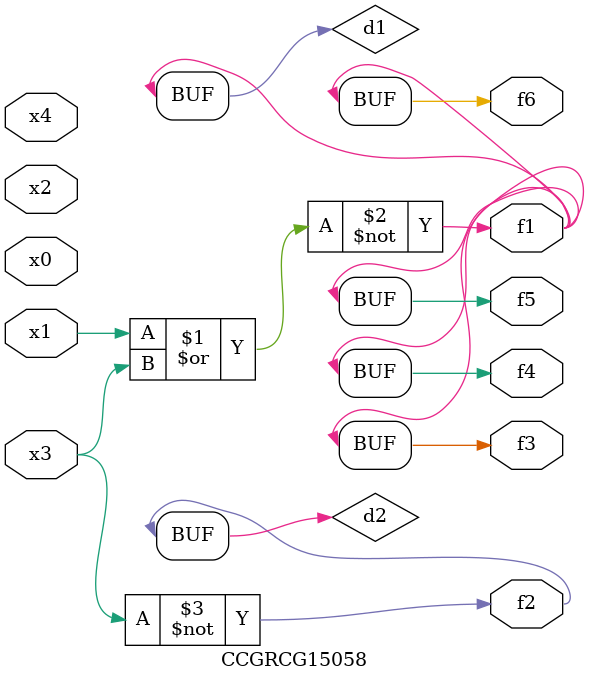
<source format=v>
module CCGRCG15058(
	input x0, x1, x2, x3, x4,
	output f1, f2, f3, f4, f5, f6
);

	wire d1, d2;

	nor (d1, x1, x3);
	not (d2, x3);
	assign f1 = d1;
	assign f2 = d2;
	assign f3 = d1;
	assign f4 = d1;
	assign f5 = d1;
	assign f6 = d1;
endmodule

</source>
